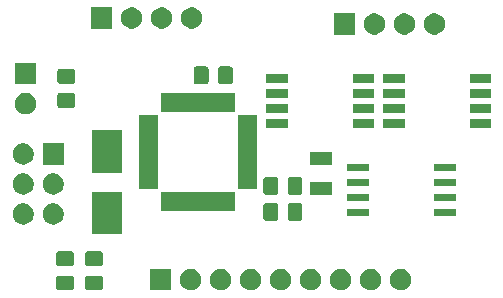
<source format=gbr>
G04 #@! TF.GenerationSoftware,KiCad,Pcbnew,(5.1.5)-3*
G04 #@! TF.CreationDate,2020-08-03T01:27:49-04:00*
G04 #@! TF.ProjectId,Arduino Clone,41726475-696e-46f2-9043-6c6f6e652e6b,rev?*
G04 #@! TF.SameCoordinates,Original*
G04 #@! TF.FileFunction,Soldermask,Top*
G04 #@! TF.FilePolarity,Negative*
%FSLAX46Y46*%
G04 Gerber Fmt 4.6, Leading zero omitted, Abs format (unit mm)*
G04 Created by KiCad (PCBNEW (5.1.5)-3) date 2020-08-03 01:27:49*
%MOMM*%
%LPD*%
G04 APERTURE LIST*
%ADD10C,0.100000*%
G04 APERTURE END LIST*
D10*
G36*
X171433512Y-125353927D02*
G01*
X171582812Y-125383624D01*
X171746784Y-125451544D01*
X171894354Y-125550147D01*
X172019853Y-125675646D01*
X172118456Y-125823216D01*
X172186376Y-125987188D01*
X172221000Y-126161259D01*
X172221000Y-126338741D01*
X172186376Y-126512812D01*
X172118456Y-126676784D01*
X172019853Y-126824354D01*
X171894354Y-126949853D01*
X171746784Y-127048456D01*
X171582812Y-127116376D01*
X171435035Y-127145770D01*
X171408742Y-127151000D01*
X171231258Y-127151000D01*
X171204965Y-127145770D01*
X171057188Y-127116376D01*
X170893216Y-127048456D01*
X170745646Y-126949853D01*
X170620147Y-126824354D01*
X170521544Y-126676784D01*
X170453624Y-126512812D01*
X170419000Y-126338741D01*
X170419000Y-126161259D01*
X170453624Y-125987188D01*
X170521544Y-125823216D01*
X170620147Y-125675646D01*
X170745646Y-125550147D01*
X170893216Y-125451544D01*
X171057188Y-125383624D01*
X171206488Y-125353927D01*
X171231258Y-125349000D01*
X171408742Y-125349000D01*
X171433512Y-125353927D01*
G37*
G36*
X168893512Y-125353927D02*
G01*
X169042812Y-125383624D01*
X169206784Y-125451544D01*
X169354354Y-125550147D01*
X169479853Y-125675646D01*
X169578456Y-125823216D01*
X169646376Y-125987188D01*
X169681000Y-126161259D01*
X169681000Y-126338741D01*
X169646376Y-126512812D01*
X169578456Y-126676784D01*
X169479853Y-126824354D01*
X169354354Y-126949853D01*
X169206784Y-127048456D01*
X169042812Y-127116376D01*
X168895035Y-127145770D01*
X168868742Y-127151000D01*
X168691258Y-127151000D01*
X168664965Y-127145770D01*
X168517188Y-127116376D01*
X168353216Y-127048456D01*
X168205646Y-126949853D01*
X168080147Y-126824354D01*
X167981544Y-126676784D01*
X167913624Y-126512812D01*
X167879000Y-126338741D01*
X167879000Y-126161259D01*
X167913624Y-125987188D01*
X167981544Y-125823216D01*
X168080147Y-125675646D01*
X168205646Y-125550147D01*
X168353216Y-125451544D01*
X168517188Y-125383624D01*
X168666488Y-125353927D01*
X168691258Y-125349000D01*
X168868742Y-125349000D01*
X168893512Y-125353927D01*
G37*
G36*
X143488674Y-125903465D02*
G01*
X143526367Y-125914899D01*
X143561103Y-125933466D01*
X143591548Y-125958452D01*
X143616534Y-125988897D01*
X143635101Y-126023633D01*
X143646535Y-126061326D01*
X143651000Y-126106661D01*
X143651000Y-126943339D01*
X143646535Y-126988674D01*
X143635101Y-127026367D01*
X143616534Y-127061103D01*
X143591548Y-127091548D01*
X143561103Y-127116534D01*
X143526367Y-127135101D01*
X143488674Y-127146535D01*
X143443339Y-127151000D01*
X142356661Y-127151000D01*
X142311326Y-127146535D01*
X142273633Y-127135101D01*
X142238897Y-127116534D01*
X142208452Y-127091548D01*
X142183466Y-127061103D01*
X142164899Y-127026367D01*
X142153465Y-126988674D01*
X142149000Y-126943339D01*
X142149000Y-126106661D01*
X142153465Y-126061326D01*
X142164899Y-126023633D01*
X142183466Y-125988897D01*
X142208452Y-125958452D01*
X142238897Y-125933466D01*
X142273633Y-125914899D01*
X142311326Y-125903465D01*
X142356661Y-125899000D01*
X143443339Y-125899000D01*
X143488674Y-125903465D01*
G37*
G36*
X145938674Y-125903465D02*
G01*
X145976367Y-125914899D01*
X146011103Y-125933466D01*
X146041548Y-125958452D01*
X146066534Y-125988897D01*
X146085101Y-126023633D01*
X146096535Y-126061326D01*
X146101000Y-126106661D01*
X146101000Y-126943339D01*
X146096535Y-126988674D01*
X146085101Y-127026367D01*
X146066534Y-127061103D01*
X146041548Y-127091548D01*
X146011103Y-127116534D01*
X145976367Y-127135101D01*
X145938674Y-127146535D01*
X145893339Y-127151000D01*
X144806661Y-127151000D01*
X144761326Y-127146535D01*
X144723633Y-127135101D01*
X144688897Y-127116534D01*
X144658452Y-127091548D01*
X144633466Y-127061103D01*
X144614899Y-127026367D01*
X144603465Y-126988674D01*
X144599000Y-126943339D01*
X144599000Y-126106661D01*
X144603465Y-126061326D01*
X144614899Y-126023633D01*
X144633466Y-125988897D01*
X144658452Y-125958452D01*
X144688897Y-125933466D01*
X144723633Y-125914899D01*
X144761326Y-125903465D01*
X144806661Y-125899000D01*
X145893339Y-125899000D01*
X145938674Y-125903465D01*
G37*
G36*
X151901000Y-127151000D02*
G01*
X150099000Y-127151000D01*
X150099000Y-125349000D01*
X151901000Y-125349000D01*
X151901000Y-127151000D01*
G37*
G36*
X153653512Y-125353927D02*
G01*
X153802812Y-125383624D01*
X153966784Y-125451544D01*
X154114354Y-125550147D01*
X154239853Y-125675646D01*
X154338456Y-125823216D01*
X154406376Y-125987188D01*
X154441000Y-126161259D01*
X154441000Y-126338741D01*
X154406376Y-126512812D01*
X154338456Y-126676784D01*
X154239853Y-126824354D01*
X154114354Y-126949853D01*
X153966784Y-127048456D01*
X153802812Y-127116376D01*
X153655035Y-127145770D01*
X153628742Y-127151000D01*
X153451258Y-127151000D01*
X153424965Y-127145770D01*
X153277188Y-127116376D01*
X153113216Y-127048456D01*
X152965646Y-126949853D01*
X152840147Y-126824354D01*
X152741544Y-126676784D01*
X152673624Y-126512812D01*
X152639000Y-126338741D01*
X152639000Y-126161259D01*
X152673624Y-125987188D01*
X152741544Y-125823216D01*
X152840147Y-125675646D01*
X152965646Y-125550147D01*
X153113216Y-125451544D01*
X153277188Y-125383624D01*
X153426488Y-125353927D01*
X153451258Y-125349000D01*
X153628742Y-125349000D01*
X153653512Y-125353927D01*
G37*
G36*
X158733512Y-125353927D02*
G01*
X158882812Y-125383624D01*
X159046784Y-125451544D01*
X159194354Y-125550147D01*
X159319853Y-125675646D01*
X159418456Y-125823216D01*
X159486376Y-125987188D01*
X159521000Y-126161259D01*
X159521000Y-126338741D01*
X159486376Y-126512812D01*
X159418456Y-126676784D01*
X159319853Y-126824354D01*
X159194354Y-126949853D01*
X159046784Y-127048456D01*
X158882812Y-127116376D01*
X158735035Y-127145770D01*
X158708742Y-127151000D01*
X158531258Y-127151000D01*
X158504965Y-127145770D01*
X158357188Y-127116376D01*
X158193216Y-127048456D01*
X158045646Y-126949853D01*
X157920147Y-126824354D01*
X157821544Y-126676784D01*
X157753624Y-126512812D01*
X157719000Y-126338741D01*
X157719000Y-126161259D01*
X157753624Y-125987188D01*
X157821544Y-125823216D01*
X157920147Y-125675646D01*
X158045646Y-125550147D01*
X158193216Y-125451544D01*
X158357188Y-125383624D01*
X158506488Y-125353927D01*
X158531258Y-125349000D01*
X158708742Y-125349000D01*
X158733512Y-125353927D01*
G37*
G36*
X161273512Y-125353927D02*
G01*
X161422812Y-125383624D01*
X161586784Y-125451544D01*
X161734354Y-125550147D01*
X161859853Y-125675646D01*
X161958456Y-125823216D01*
X162026376Y-125987188D01*
X162061000Y-126161259D01*
X162061000Y-126338741D01*
X162026376Y-126512812D01*
X161958456Y-126676784D01*
X161859853Y-126824354D01*
X161734354Y-126949853D01*
X161586784Y-127048456D01*
X161422812Y-127116376D01*
X161275035Y-127145770D01*
X161248742Y-127151000D01*
X161071258Y-127151000D01*
X161044965Y-127145770D01*
X160897188Y-127116376D01*
X160733216Y-127048456D01*
X160585646Y-126949853D01*
X160460147Y-126824354D01*
X160361544Y-126676784D01*
X160293624Y-126512812D01*
X160259000Y-126338741D01*
X160259000Y-126161259D01*
X160293624Y-125987188D01*
X160361544Y-125823216D01*
X160460147Y-125675646D01*
X160585646Y-125550147D01*
X160733216Y-125451544D01*
X160897188Y-125383624D01*
X161046488Y-125353927D01*
X161071258Y-125349000D01*
X161248742Y-125349000D01*
X161273512Y-125353927D01*
G37*
G36*
X163813512Y-125353927D02*
G01*
X163962812Y-125383624D01*
X164126784Y-125451544D01*
X164274354Y-125550147D01*
X164399853Y-125675646D01*
X164498456Y-125823216D01*
X164566376Y-125987188D01*
X164601000Y-126161259D01*
X164601000Y-126338741D01*
X164566376Y-126512812D01*
X164498456Y-126676784D01*
X164399853Y-126824354D01*
X164274354Y-126949853D01*
X164126784Y-127048456D01*
X163962812Y-127116376D01*
X163815035Y-127145770D01*
X163788742Y-127151000D01*
X163611258Y-127151000D01*
X163584965Y-127145770D01*
X163437188Y-127116376D01*
X163273216Y-127048456D01*
X163125646Y-126949853D01*
X163000147Y-126824354D01*
X162901544Y-126676784D01*
X162833624Y-126512812D01*
X162799000Y-126338741D01*
X162799000Y-126161259D01*
X162833624Y-125987188D01*
X162901544Y-125823216D01*
X163000147Y-125675646D01*
X163125646Y-125550147D01*
X163273216Y-125451544D01*
X163437188Y-125383624D01*
X163586488Y-125353927D01*
X163611258Y-125349000D01*
X163788742Y-125349000D01*
X163813512Y-125353927D01*
G37*
G36*
X166353512Y-125353927D02*
G01*
X166502812Y-125383624D01*
X166666784Y-125451544D01*
X166814354Y-125550147D01*
X166939853Y-125675646D01*
X167038456Y-125823216D01*
X167106376Y-125987188D01*
X167141000Y-126161259D01*
X167141000Y-126338741D01*
X167106376Y-126512812D01*
X167038456Y-126676784D01*
X166939853Y-126824354D01*
X166814354Y-126949853D01*
X166666784Y-127048456D01*
X166502812Y-127116376D01*
X166355035Y-127145770D01*
X166328742Y-127151000D01*
X166151258Y-127151000D01*
X166124965Y-127145770D01*
X165977188Y-127116376D01*
X165813216Y-127048456D01*
X165665646Y-126949853D01*
X165540147Y-126824354D01*
X165441544Y-126676784D01*
X165373624Y-126512812D01*
X165339000Y-126338741D01*
X165339000Y-126161259D01*
X165373624Y-125987188D01*
X165441544Y-125823216D01*
X165540147Y-125675646D01*
X165665646Y-125550147D01*
X165813216Y-125451544D01*
X165977188Y-125383624D01*
X166126488Y-125353927D01*
X166151258Y-125349000D01*
X166328742Y-125349000D01*
X166353512Y-125353927D01*
G37*
G36*
X156193512Y-125353927D02*
G01*
X156342812Y-125383624D01*
X156506784Y-125451544D01*
X156654354Y-125550147D01*
X156779853Y-125675646D01*
X156878456Y-125823216D01*
X156946376Y-125987188D01*
X156981000Y-126161259D01*
X156981000Y-126338741D01*
X156946376Y-126512812D01*
X156878456Y-126676784D01*
X156779853Y-126824354D01*
X156654354Y-126949853D01*
X156506784Y-127048456D01*
X156342812Y-127116376D01*
X156195035Y-127145770D01*
X156168742Y-127151000D01*
X155991258Y-127151000D01*
X155964965Y-127145770D01*
X155817188Y-127116376D01*
X155653216Y-127048456D01*
X155505646Y-126949853D01*
X155380147Y-126824354D01*
X155281544Y-126676784D01*
X155213624Y-126512812D01*
X155179000Y-126338741D01*
X155179000Y-126161259D01*
X155213624Y-125987188D01*
X155281544Y-125823216D01*
X155380147Y-125675646D01*
X155505646Y-125550147D01*
X155653216Y-125451544D01*
X155817188Y-125383624D01*
X155966488Y-125353927D01*
X155991258Y-125349000D01*
X156168742Y-125349000D01*
X156193512Y-125353927D01*
G37*
G36*
X143488674Y-123853465D02*
G01*
X143526367Y-123864899D01*
X143561103Y-123883466D01*
X143591548Y-123908452D01*
X143616534Y-123938897D01*
X143635101Y-123973633D01*
X143646535Y-124011326D01*
X143651000Y-124056661D01*
X143651000Y-124893339D01*
X143646535Y-124938674D01*
X143635101Y-124976367D01*
X143616534Y-125011103D01*
X143591548Y-125041548D01*
X143561103Y-125066534D01*
X143526367Y-125085101D01*
X143488674Y-125096535D01*
X143443339Y-125101000D01*
X142356661Y-125101000D01*
X142311326Y-125096535D01*
X142273633Y-125085101D01*
X142238897Y-125066534D01*
X142208452Y-125041548D01*
X142183466Y-125011103D01*
X142164899Y-124976367D01*
X142153465Y-124938674D01*
X142149000Y-124893339D01*
X142149000Y-124056661D01*
X142153465Y-124011326D01*
X142164899Y-123973633D01*
X142183466Y-123938897D01*
X142208452Y-123908452D01*
X142238897Y-123883466D01*
X142273633Y-123864899D01*
X142311326Y-123853465D01*
X142356661Y-123849000D01*
X143443339Y-123849000D01*
X143488674Y-123853465D01*
G37*
G36*
X145938674Y-123853465D02*
G01*
X145976367Y-123864899D01*
X146011103Y-123883466D01*
X146041548Y-123908452D01*
X146066534Y-123938897D01*
X146085101Y-123973633D01*
X146096535Y-124011326D01*
X146101000Y-124056661D01*
X146101000Y-124893339D01*
X146096535Y-124938674D01*
X146085101Y-124976367D01*
X146066534Y-125011103D01*
X146041548Y-125041548D01*
X146011103Y-125066534D01*
X145976367Y-125085101D01*
X145938674Y-125096535D01*
X145893339Y-125101000D01*
X144806661Y-125101000D01*
X144761326Y-125096535D01*
X144723633Y-125085101D01*
X144688897Y-125066534D01*
X144658452Y-125041548D01*
X144633466Y-125011103D01*
X144614899Y-124976367D01*
X144603465Y-124938674D01*
X144599000Y-124893339D01*
X144599000Y-124056661D01*
X144603465Y-124011326D01*
X144614899Y-123973633D01*
X144633466Y-123938897D01*
X144658452Y-123908452D01*
X144688897Y-123883466D01*
X144723633Y-123864899D01*
X144761326Y-123853465D01*
X144806661Y-123849000D01*
X145893339Y-123849000D01*
X145938674Y-123853465D01*
G37*
G36*
X147701000Y-122401000D02*
G01*
X145199000Y-122401000D01*
X145199000Y-118799000D01*
X147701000Y-118799000D01*
X147701000Y-122401000D01*
G37*
G36*
X142011194Y-119783466D02*
G01*
X142162812Y-119813624D01*
X142326784Y-119881544D01*
X142474354Y-119980147D01*
X142599853Y-120105646D01*
X142698456Y-120253216D01*
X142766376Y-120417188D01*
X142801000Y-120591259D01*
X142801000Y-120768741D01*
X142766376Y-120942812D01*
X142698456Y-121106784D01*
X142599853Y-121254354D01*
X142474354Y-121379853D01*
X142326784Y-121478456D01*
X142162812Y-121546376D01*
X142013512Y-121576073D01*
X141988742Y-121581000D01*
X141811258Y-121581000D01*
X141786488Y-121576073D01*
X141637188Y-121546376D01*
X141473216Y-121478456D01*
X141325646Y-121379853D01*
X141200147Y-121254354D01*
X141101544Y-121106784D01*
X141033624Y-120942812D01*
X140999000Y-120768741D01*
X140999000Y-120591259D01*
X141033624Y-120417188D01*
X141101544Y-120253216D01*
X141200147Y-120105646D01*
X141325646Y-119980147D01*
X141473216Y-119881544D01*
X141637188Y-119813624D01*
X141788806Y-119783466D01*
X141811258Y-119779000D01*
X141988742Y-119779000D01*
X142011194Y-119783466D01*
G37*
G36*
X139471194Y-119783466D02*
G01*
X139622812Y-119813624D01*
X139786784Y-119881544D01*
X139934354Y-119980147D01*
X140059853Y-120105646D01*
X140158456Y-120253216D01*
X140226376Y-120417188D01*
X140261000Y-120591259D01*
X140261000Y-120768741D01*
X140226376Y-120942812D01*
X140158456Y-121106784D01*
X140059853Y-121254354D01*
X139934354Y-121379853D01*
X139786784Y-121478456D01*
X139622812Y-121546376D01*
X139473512Y-121576073D01*
X139448742Y-121581000D01*
X139271258Y-121581000D01*
X139246488Y-121576073D01*
X139097188Y-121546376D01*
X138933216Y-121478456D01*
X138785646Y-121379853D01*
X138660147Y-121254354D01*
X138561544Y-121106784D01*
X138493624Y-120942812D01*
X138459000Y-120768741D01*
X138459000Y-120591259D01*
X138493624Y-120417188D01*
X138561544Y-120253216D01*
X138660147Y-120105646D01*
X138785646Y-119980147D01*
X138933216Y-119881544D01*
X139097188Y-119813624D01*
X139248806Y-119783466D01*
X139271258Y-119779000D01*
X139448742Y-119779000D01*
X139471194Y-119783466D01*
G37*
G36*
X162838674Y-119753465D02*
G01*
X162876367Y-119764899D01*
X162911103Y-119783466D01*
X162941548Y-119808452D01*
X162966534Y-119838897D01*
X162985101Y-119873633D01*
X162996535Y-119911326D01*
X163001000Y-119956661D01*
X163001000Y-121043339D01*
X162996535Y-121088674D01*
X162985101Y-121126367D01*
X162966534Y-121161103D01*
X162941548Y-121191548D01*
X162911103Y-121216534D01*
X162876367Y-121235101D01*
X162838674Y-121246535D01*
X162793339Y-121251000D01*
X161956661Y-121251000D01*
X161911326Y-121246535D01*
X161873633Y-121235101D01*
X161838897Y-121216534D01*
X161808452Y-121191548D01*
X161783466Y-121161103D01*
X161764899Y-121126367D01*
X161753465Y-121088674D01*
X161749000Y-121043339D01*
X161749000Y-119956661D01*
X161753465Y-119911326D01*
X161764899Y-119873633D01*
X161783466Y-119838897D01*
X161808452Y-119808452D01*
X161838897Y-119783466D01*
X161873633Y-119764899D01*
X161911326Y-119753465D01*
X161956661Y-119749000D01*
X162793339Y-119749000D01*
X162838674Y-119753465D01*
G37*
G36*
X160788674Y-119753465D02*
G01*
X160826367Y-119764899D01*
X160861103Y-119783466D01*
X160891548Y-119808452D01*
X160916534Y-119838897D01*
X160935101Y-119873633D01*
X160946535Y-119911326D01*
X160951000Y-119956661D01*
X160951000Y-121043339D01*
X160946535Y-121088674D01*
X160935101Y-121126367D01*
X160916534Y-121161103D01*
X160891548Y-121191548D01*
X160861103Y-121216534D01*
X160826367Y-121235101D01*
X160788674Y-121246535D01*
X160743339Y-121251000D01*
X159906661Y-121251000D01*
X159861326Y-121246535D01*
X159823633Y-121235101D01*
X159788897Y-121216534D01*
X159758452Y-121191548D01*
X159733466Y-121161103D01*
X159714899Y-121126367D01*
X159703465Y-121088674D01*
X159699000Y-121043339D01*
X159699000Y-119956661D01*
X159703465Y-119911326D01*
X159714899Y-119873633D01*
X159733466Y-119838897D01*
X159758452Y-119808452D01*
X159788897Y-119783466D01*
X159823633Y-119764899D01*
X159861326Y-119753465D01*
X159906661Y-119749000D01*
X160743339Y-119749000D01*
X160788674Y-119753465D01*
G37*
G36*
X176026000Y-120881000D02*
G01*
X174174000Y-120881000D01*
X174174000Y-120229000D01*
X176026000Y-120229000D01*
X176026000Y-120881000D01*
G37*
G36*
X168626000Y-120881000D02*
G01*
X166774000Y-120881000D01*
X166774000Y-120229000D01*
X168626000Y-120229000D01*
X168626000Y-120881000D01*
G37*
G36*
X157276000Y-120451000D02*
G01*
X151024000Y-120451000D01*
X151024000Y-118849000D01*
X157276000Y-118849000D01*
X157276000Y-120451000D01*
G37*
G36*
X176026000Y-119611000D02*
G01*
X174174000Y-119611000D01*
X174174000Y-118959000D01*
X176026000Y-118959000D01*
X176026000Y-119611000D01*
G37*
G36*
X168626000Y-119611000D02*
G01*
X166774000Y-119611000D01*
X166774000Y-118959000D01*
X168626000Y-118959000D01*
X168626000Y-119611000D01*
G37*
G36*
X160788674Y-117553465D02*
G01*
X160826367Y-117564899D01*
X160861103Y-117583466D01*
X160891548Y-117608452D01*
X160916534Y-117638897D01*
X160935101Y-117673633D01*
X160946535Y-117711326D01*
X160951000Y-117756661D01*
X160951000Y-118843339D01*
X160946535Y-118888674D01*
X160935101Y-118926367D01*
X160916534Y-118961103D01*
X160891548Y-118991548D01*
X160861103Y-119016534D01*
X160826367Y-119035101D01*
X160788674Y-119046535D01*
X160743339Y-119051000D01*
X159906661Y-119051000D01*
X159861326Y-119046535D01*
X159823633Y-119035101D01*
X159788897Y-119016534D01*
X159758452Y-118991548D01*
X159733466Y-118961103D01*
X159714899Y-118926367D01*
X159703465Y-118888674D01*
X159699000Y-118843339D01*
X159699000Y-117756661D01*
X159703465Y-117711326D01*
X159714899Y-117673633D01*
X159733466Y-117638897D01*
X159758452Y-117608452D01*
X159788897Y-117583466D01*
X159823633Y-117564899D01*
X159861326Y-117553465D01*
X159906661Y-117549000D01*
X160743339Y-117549000D01*
X160788674Y-117553465D01*
G37*
G36*
X165501000Y-119051000D02*
G01*
X163599000Y-119051000D01*
X163599000Y-117949000D01*
X165501000Y-117949000D01*
X165501000Y-119051000D01*
G37*
G36*
X162838674Y-117553465D02*
G01*
X162876367Y-117564899D01*
X162911103Y-117583466D01*
X162941548Y-117608452D01*
X162966534Y-117638897D01*
X162985101Y-117673633D01*
X162996535Y-117711326D01*
X163001000Y-117756661D01*
X163001000Y-118843339D01*
X162996535Y-118888674D01*
X162985101Y-118926367D01*
X162966534Y-118961103D01*
X162941548Y-118991548D01*
X162911103Y-119016534D01*
X162876367Y-119035101D01*
X162838674Y-119046535D01*
X162793339Y-119051000D01*
X161956661Y-119051000D01*
X161911326Y-119046535D01*
X161873633Y-119035101D01*
X161838897Y-119016534D01*
X161808452Y-118991548D01*
X161783466Y-118961103D01*
X161764899Y-118926367D01*
X161753465Y-118888674D01*
X161749000Y-118843339D01*
X161749000Y-117756661D01*
X161753465Y-117711326D01*
X161764899Y-117673633D01*
X161783466Y-117638897D01*
X161808452Y-117608452D01*
X161838897Y-117583466D01*
X161873633Y-117564899D01*
X161911326Y-117553465D01*
X161956661Y-117549000D01*
X162793339Y-117549000D01*
X162838674Y-117553465D01*
G37*
G36*
X142013512Y-117243927D02*
G01*
X142162812Y-117273624D01*
X142326784Y-117341544D01*
X142474354Y-117440147D01*
X142599853Y-117565646D01*
X142698456Y-117713216D01*
X142766376Y-117877188D01*
X142801000Y-118051259D01*
X142801000Y-118228741D01*
X142766376Y-118402812D01*
X142698456Y-118566784D01*
X142599853Y-118714354D01*
X142474354Y-118839853D01*
X142326784Y-118938456D01*
X142162812Y-119006376D01*
X142018398Y-119035101D01*
X141988742Y-119041000D01*
X141811258Y-119041000D01*
X141781602Y-119035101D01*
X141637188Y-119006376D01*
X141473216Y-118938456D01*
X141325646Y-118839853D01*
X141200147Y-118714354D01*
X141101544Y-118566784D01*
X141033624Y-118402812D01*
X140999000Y-118228741D01*
X140999000Y-118051259D01*
X141033624Y-117877188D01*
X141101544Y-117713216D01*
X141200147Y-117565646D01*
X141325646Y-117440147D01*
X141473216Y-117341544D01*
X141637188Y-117273624D01*
X141786488Y-117243927D01*
X141811258Y-117239000D01*
X141988742Y-117239000D01*
X142013512Y-117243927D01*
G37*
G36*
X139473512Y-117243927D02*
G01*
X139622812Y-117273624D01*
X139786784Y-117341544D01*
X139934354Y-117440147D01*
X140059853Y-117565646D01*
X140158456Y-117713216D01*
X140226376Y-117877188D01*
X140261000Y-118051259D01*
X140261000Y-118228741D01*
X140226376Y-118402812D01*
X140158456Y-118566784D01*
X140059853Y-118714354D01*
X139934354Y-118839853D01*
X139786784Y-118938456D01*
X139622812Y-119006376D01*
X139478398Y-119035101D01*
X139448742Y-119041000D01*
X139271258Y-119041000D01*
X139241602Y-119035101D01*
X139097188Y-119006376D01*
X138933216Y-118938456D01*
X138785646Y-118839853D01*
X138660147Y-118714354D01*
X138561544Y-118566784D01*
X138493624Y-118402812D01*
X138459000Y-118228741D01*
X138459000Y-118051259D01*
X138493624Y-117877188D01*
X138561544Y-117713216D01*
X138660147Y-117565646D01*
X138785646Y-117440147D01*
X138933216Y-117341544D01*
X139097188Y-117273624D01*
X139246488Y-117243927D01*
X139271258Y-117239000D01*
X139448742Y-117239000D01*
X139473512Y-117243927D01*
G37*
G36*
X150751000Y-118576000D02*
G01*
X149149000Y-118576000D01*
X149149000Y-112324000D01*
X150751000Y-112324000D01*
X150751000Y-118576000D01*
G37*
G36*
X159151000Y-118576000D02*
G01*
X157549000Y-118576000D01*
X157549000Y-112324000D01*
X159151000Y-112324000D01*
X159151000Y-118576000D01*
G37*
G36*
X168626000Y-118341000D02*
G01*
X166774000Y-118341000D01*
X166774000Y-117689000D01*
X168626000Y-117689000D01*
X168626000Y-118341000D01*
G37*
G36*
X176026000Y-118341000D02*
G01*
X174174000Y-118341000D01*
X174174000Y-117689000D01*
X176026000Y-117689000D01*
X176026000Y-118341000D01*
G37*
G36*
X147701000Y-117201000D02*
G01*
X145199000Y-117201000D01*
X145199000Y-113599000D01*
X147701000Y-113599000D01*
X147701000Y-117201000D01*
G37*
G36*
X168626000Y-117071000D02*
G01*
X166774000Y-117071000D01*
X166774000Y-116419000D01*
X168626000Y-116419000D01*
X168626000Y-117071000D01*
G37*
G36*
X176026000Y-117071000D02*
G01*
X174174000Y-117071000D01*
X174174000Y-116419000D01*
X176026000Y-116419000D01*
X176026000Y-117071000D01*
G37*
G36*
X165501000Y-116551000D02*
G01*
X163599000Y-116551000D01*
X163599000Y-115449000D01*
X165501000Y-115449000D01*
X165501000Y-116551000D01*
G37*
G36*
X139473512Y-114703927D02*
G01*
X139622812Y-114733624D01*
X139786784Y-114801544D01*
X139934354Y-114900147D01*
X140059853Y-115025646D01*
X140158456Y-115173216D01*
X140226376Y-115337188D01*
X140261000Y-115511259D01*
X140261000Y-115688741D01*
X140226376Y-115862812D01*
X140158456Y-116026784D01*
X140059853Y-116174354D01*
X139934354Y-116299853D01*
X139786784Y-116398456D01*
X139622812Y-116466376D01*
X139473512Y-116496073D01*
X139448742Y-116501000D01*
X139271258Y-116501000D01*
X139246488Y-116496073D01*
X139097188Y-116466376D01*
X138933216Y-116398456D01*
X138785646Y-116299853D01*
X138660147Y-116174354D01*
X138561544Y-116026784D01*
X138493624Y-115862812D01*
X138459000Y-115688741D01*
X138459000Y-115511259D01*
X138493624Y-115337188D01*
X138561544Y-115173216D01*
X138660147Y-115025646D01*
X138785646Y-114900147D01*
X138933216Y-114801544D01*
X139097188Y-114733624D01*
X139246488Y-114703927D01*
X139271258Y-114699000D01*
X139448742Y-114699000D01*
X139473512Y-114703927D01*
G37*
G36*
X142801000Y-116501000D02*
G01*
X140999000Y-116501000D01*
X140999000Y-114699000D01*
X142801000Y-114699000D01*
X142801000Y-116501000D01*
G37*
G36*
X178951000Y-113381000D02*
G01*
X177149000Y-113381000D01*
X177149000Y-112629000D01*
X178951000Y-112629000D01*
X178951000Y-113381000D01*
G37*
G36*
X169051000Y-113381000D02*
G01*
X167249000Y-113381000D01*
X167249000Y-112629000D01*
X169051000Y-112629000D01*
X169051000Y-113381000D01*
G37*
G36*
X171651000Y-113381000D02*
G01*
X169849000Y-113381000D01*
X169849000Y-112629000D01*
X171651000Y-112629000D01*
X171651000Y-113381000D01*
G37*
G36*
X161751000Y-113381000D02*
G01*
X159949000Y-113381000D01*
X159949000Y-112629000D01*
X161751000Y-112629000D01*
X161751000Y-113381000D01*
G37*
G36*
X139663512Y-110443927D02*
G01*
X139812812Y-110473624D01*
X139976784Y-110541544D01*
X140124354Y-110640147D01*
X140249853Y-110765646D01*
X140348456Y-110913216D01*
X140416376Y-111077188D01*
X140451000Y-111251259D01*
X140451000Y-111428741D01*
X140416376Y-111602812D01*
X140348456Y-111766784D01*
X140249853Y-111914354D01*
X140124354Y-112039853D01*
X139976784Y-112138456D01*
X139812812Y-112206376D01*
X139663512Y-112236073D01*
X139638742Y-112241000D01*
X139461258Y-112241000D01*
X139436488Y-112236073D01*
X139287188Y-112206376D01*
X139123216Y-112138456D01*
X138975646Y-112039853D01*
X138850147Y-111914354D01*
X138751544Y-111766784D01*
X138683624Y-111602812D01*
X138649000Y-111428741D01*
X138649000Y-111251259D01*
X138683624Y-111077188D01*
X138751544Y-110913216D01*
X138850147Y-110765646D01*
X138975646Y-110640147D01*
X139123216Y-110541544D01*
X139287188Y-110473624D01*
X139436488Y-110443927D01*
X139461258Y-110439000D01*
X139638742Y-110439000D01*
X139663512Y-110443927D01*
G37*
G36*
X169051000Y-112111000D02*
G01*
X167249000Y-112111000D01*
X167249000Y-111359000D01*
X169051000Y-111359000D01*
X169051000Y-112111000D01*
G37*
G36*
X161751000Y-112111000D02*
G01*
X159949000Y-112111000D01*
X159949000Y-111359000D01*
X161751000Y-111359000D01*
X161751000Y-112111000D01*
G37*
G36*
X171651000Y-112111000D02*
G01*
X169849000Y-112111000D01*
X169849000Y-111359000D01*
X171651000Y-111359000D01*
X171651000Y-112111000D01*
G37*
G36*
X178951000Y-112111000D02*
G01*
X177149000Y-112111000D01*
X177149000Y-111359000D01*
X178951000Y-111359000D01*
X178951000Y-112111000D01*
G37*
G36*
X157276000Y-112051000D02*
G01*
X151024000Y-112051000D01*
X151024000Y-110449000D01*
X157276000Y-110449000D01*
X157276000Y-112051000D01*
G37*
G36*
X143588674Y-110453465D02*
G01*
X143626367Y-110464899D01*
X143661103Y-110483466D01*
X143691548Y-110508452D01*
X143716534Y-110538897D01*
X143735101Y-110573633D01*
X143746535Y-110611326D01*
X143751000Y-110656661D01*
X143751000Y-111493339D01*
X143746535Y-111538674D01*
X143735101Y-111576367D01*
X143716534Y-111611103D01*
X143691548Y-111641548D01*
X143661103Y-111666534D01*
X143626367Y-111685101D01*
X143588674Y-111696535D01*
X143543339Y-111701000D01*
X142456661Y-111701000D01*
X142411326Y-111696535D01*
X142373633Y-111685101D01*
X142338897Y-111666534D01*
X142308452Y-111641548D01*
X142283466Y-111611103D01*
X142264899Y-111576367D01*
X142253465Y-111538674D01*
X142249000Y-111493339D01*
X142249000Y-110656661D01*
X142253465Y-110611326D01*
X142264899Y-110573633D01*
X142283466Y-110538897D01*
X142308452Y-110508452D01*
X142338897Y-110483466D01*
X142373633Y-110464899D01*
X142411326Y-110453465D01*
X142456661Y-110449000D01*
X143543339Y-110449000D01*
X143588674Y-110453465D01*
G37*
G36*
X178951000Y-110841000D02*
G01*
X177149000Y-110841000D01*
X177149000Y-110089000D01*
X178951000Y-110089000D01*
X178951000Y-110841000D01*
G37*
G36*
X171651000Y-110841000D02*
G01*
X169849000Y-110841000D01*
X169849000Y-110089000D01*
X171651000Y-110089000D01*
X171651000Y-110841000D01*
G37*
G36*
X169051000Y-110841000D02*
G01*
X167249000Y-110841000D01*
X167249000Y-110089000D01*
X169051000Y-110089000D01*
X169051000Y-110841000D01*
G37*
G36*
X161751000Y-110841000D02*
G01*
X159949000Y-110841000D01*
X159949000Y-110089000D01*
X161751000Y-110089000D01*
X161751000Y-110841000D01*
G37*
G36*
X156938674Y-108203465D02*
G01*
X156976367Y-108214899D01*
X157011103Y-108233466D01*
X157041548Y-108258452D01*
X157066534Y-108288897D01*
X157085101Y-108323633D01*
X157096535Y-108361326D01*
X157101000Y-108406661D01*
X157101000Y-109493339D01*
X157096535Y-109538674D01*
X157085101Y-109576367D01*
X157066534Y-109611103D01*
X157041548Y-109641548D01*
X157011103Y-109666534D01*
X156976367Y-109685101D01*
X156938674Y-109696535D01*
X156893339Y-109701000D01*
X156056661Y-109701000D01*
X156011326Y-109696535D01*
X155973633Y-109685101D01*
X155938897Y-109666534D01*
X155908452Y-109641548D01*
X155883466Y-109611103D01*
X155864899Y-109576367D01*
X155853465Y-109538674D01*
X155849000Y-109493339D01*
X155849000Y-108406661D01*
X155853465Y-108361326D01*
X155864899Y-108323633D01*
X155883466Y-108288897D01*
X155908452Y-108258452D01*
X155938897Y-108233466D01*
X155973633Y-108214899D01*
X156011326Y-108203465D01*
X156056661Y-108199000D01*
X156893339Y-108199000D01*
X156938674Y-108203465D01*
G37*
G36*
X140451000Y-109701000D02*
G01*
X138649000Y-109701000D01*
X138649000Y-107899000D01*
X140451000Y-107899000D01*
X140451000Y-109701000D01*
G37*
G36*
X154888674Y-108203465D02*
G01*
X154926367Y-108214899D01*
X154961103Y-108233466D01*
X154991548Y-108258452D01*
X155016534Y-108288897D01*
X155035101Y-108323633D01*
X155046535Y-108361326D01*
X155051000Y-108406661D01*
X155051000Y-109493339D01*
X155046535Y-109538674D01*
X155035101Y-109576367D01*
X155016534Y-109611103D01*
X154991548Y-109641548D01*
X154961103Y-109666534D01*
X154926367Y-109685101D01*
X154888674Y-109696535D01*
X154843339Y-109701000D01*
X154006661Y-109701000D01*
X153961326Y-109696535D01*
X153923633Y-109685101D01*
X153888897Y-109666534D01*
X153858452Y-109641548D01*
X153833466Y-109611103D01*
X153814899Y-109576367D01*
X153803465Y-109538674D01*
X153799000Y-109493339D01*
X153799000Y-108406661D01*
X153803465Y-108361326D01*
X153814899Y-108323633D01*
X153833466Y-108288897D01*
X153858452Y-108258452D01*
X153888897Y-108233466D01*
X153923633Y-108214899D01*
X153961326Y-108203465D01*
X154006661Y-108199000D01*
X154843339Y-108199000D01*
X154888674Y-108203465D01*
G37*
G36*
X143588674Y-108403465D02*
G01*
X143626367Y-108414899D01*
X143661103Y-108433466D01*
X143691548Y-108458452D01*
X143716534Y-108488897D01*
X143735101Y-108523633D01*
X143746535Y-108561326D01*
X143751000Y-108606661D01*
X143751000Y-109443339D01*
X143746535Y-109488674D01*
X143735101Y-109526367D01*
X143716534Y-109561103D01*
X143691548Y-109591548D01*
X143661103Y-109616534D01*
X143626367Y-109635101D01*
X143588674Y-109646535D01*
X143543339Y-109651000D01*
X142456661Y-109651000D01*
X142411326Y-109646535D01*
X142373633Y-109635101D01*
X142338897Y-109616534D01*
X142308452Y-109591548D01*
X142283466Y-109561103D01*
X142264899Y-109526367D01*
X142253465Y-109488674D01*
X142249000Y-109443339D01*
X142249000Y-108606661D01*
X142253465Y-108561326D01*
X142264899Y-108523633D01*
X142283466Y-108488897D01*
X142308452Y-108458452D01*
X142338897Y-108433466D01*
X142373633Y-108414899D01*
X142411326Y-108403465D01*
X142456661Y-108399000D01*
X143543339Y-108399000D01*
X143588674Y-108403465D01*
G37*
G36*
X178951000Y-109571000D02*
G01*
X177149000Y-109571000D01*
X177149000Y-108819000D01*
X178951000Y-108819000D01*
X178951000Y-109571000D01*
G37*
G36*
X169051000Y-109571000D02*
G01*
X167249000Y-109571000D01*
X167249000Y-108819000D01*
X169051000Y-108819000D01*
X169051000Y-109571000D01*
G37*
G36*
X171651000Y-109571000D02*
G01*
X169849000Y-109571000D01*
X169849000Y-108819000D01*
X171651000Y-108819000D01*
X171651000Y-109571000D01*
G37*
G36*
X161751000Y-109571000D02*
G01*
X159949000Y-109571000D01*
X159949000Y-108819000D01*
X161751000Y-108819000D01*
X161751000Y-109571000D01*
G37*
G36*
X167451000Y-105501000D02*
G01*
X165649000Y-105501000D01*
X165649000Y-103699000D01*
X167451000Y-103699000D01*
X167451000Y-105501000D01*
G37*
G36*
X174283512Y-103703927D02*
G01*
X174432812Y-103733624D01*
X174596784Y-103801544D01*
X174744354Y-103900147D01*
X174869853Y-104025646D01*
X174968456Y-104173216D01*
X175036376Y-104337188D01*
X175071000Y-104511259D01*
X175071000Y-104688741D01*
X175036376Y-104862812D01*
X174968456Y-105026784D01*
X174869853Y-105174354D01*
X174744354Y-105299853D01*
X174596784Y-105398456D01*
X174432812Y-105466376D01*
X174283512Y-105496073D01*
X174258742Y-105501000D01*
X174081258Y-105501000D01*
X174056488Y-105496073D01*
X173907188Y-105466376D01*
X173743216Y-105398456D01*
X173595646Y-105299853D01*
X173470147Y-105174354D01*
X173371544Y-105026784D01*
X173303624Y-104862812D01*
X173269000Y-104688741D01*
X173269000Y-104511259D01*
X173303624Y-104337188D01*
X173371544Y-104173216D01*
X173470147Y-104025646D01*
X173595646Y-103900147D01*
X173743216Y-103801544D01*
X173907188Y-103733624D01*
X174056488Y-103703927D01*
X174081258Y-103699000D01*
X174258742Y-103699000D01*
X174283512Y-103703927D01*
G37*
G36*
X171743512Y-103703927D02*
G01*
X171892812Y-103733624D01*
X172056784Y-103801544D01*
X172204354Y-103900147D01*
X172329853Y-104025646D01*
X172428456Y-104173216D01*
X172496376Y-104337188D01*
X172531000Y-104511259D01*
X172531000Y-104688741D01*
X172496376Y-104862812D01*
X172428456Y-105026784D01*
X172329853Y-105174354D01*
X172204354Y-105299853D01*
X172056784Y-105398456D01*
X171892812Y-105466376D01*
X171743512Y-105496073D01*
X171718742Y-105501000D01*
X171541258Y-105501000D01*
X171516488Y-105496073D01*
X171367188Y-105466376D01*
X171203216Y-105398456D01*
X171055646Y-105299853D01*
X170930147Y-105174354D01*
X170831544Y-105026784D01*
X170763624Y-104862812D01*
X170729000Y-104688741D01*
X170729000Y-104511259D01*
X170763624Y-104337188D01*
X170831544Y-104173216D01*
X170930147Y-104025646D01*
X171055646Y-103900147D01*
X171203216Y-103801544D01*
X171367188Y-103733624D01*
X171516488Y-103703927D01*
X171541258Y-103699000D01*
X171718742Y-103699000D01*
X171743512Y-103703927D01*
G37*
G36*
X169203512Y-103703927D02*
G01*
X169352812Y-103733624D01*
X169516784Y-103801544D01*
X169664354Y-103900147D01*
X169789853Y-104025646D01*
X169888456Y-104173216D01*
X169956376Y-104337188D01*
X169991000Y-104511259D01*
X169991000Y-104688741D01*
X169956376Y-104862812D01*
X169888456Y-105026784D01*
X169789853Y-105174354D01*
X169664354Y-105299853D01*
X169516784Y-105398456D01*
X169352812Y-105466376D01*
X169203512Y-105496073D01*
X169178742Y-105501000D01*
X169001258Y-105501000D01*
X168976488Y-105496073D01*
X168827188Y-105466376D01*
X168663216Y-105398456D01*
X168515646Y-105299853D01*
X168390147Y-105174354D01*
X168291544Y-105026784D01*
X168223624Y-104862812D01*
X168189000Y-104688741D01*
X168189000Y-104511259D01*
X168223624Y-104337188D01*
X168291544Y-104173216D01*
X168390147Y-104025646D01*
X168515646Y-103900147D01*
X168663216Y-103801544D01*
X168827188Y-103733624D01*
X168976488Y-103703927D01*
X169001258Y-103699000D01*
X169178742Y-103699000D01*
X169203512Y-103703927D01*
G37*
G36*
X146901000Y-105001000D02*
G01*
X145099000Y-105001000D01*
X145099000Y-103199000D01*
X146901000Y-103199000D01*
X146901000Y-105001000D01*
G37*
G36*
X153733512Y-103203927D02*
G01*
X153882812Y-103233624D01*
X154046784Y-103301544D01*
X154194354Y-103400147D01*
X154319853Y-103525646D01*
X154418456Y-103673216D01*
X154486376Y-103837188D01*
X154521000Y-104011259D01*
X154521000Y-104188741D01*
X154486376Y-104362812D01*
X154418456Y-104526784D01*
X154319853Y-104674354D01*
X154194354Y-104799853D01*
X154046784Y-104898456D01*
X153882812Y-104966376D01*
X153733512Y-104996073D01*
X153708742Y-105001000D01*
X153531258Y-105001000D01*
X153506488Y-104996073D01*
X153357188Y-104966376D01*
X153193216Y-104898456D01*
X153045646Y-104799853D01*
X152920147Y-104674354D01*
X152821544Y-104526784D01*
X152753624Y-104362812D01*
X152719000Y-104188741D01*
X152719000Y-104011259D01*
X152753624Y-103837188D01*
X152821544Y-103673216D01*
X152920147Y-103525646D01*
X153045646Y-103400147D01*
X153193216Y-103301544D01*
X153357188Y-103233624D01*
X153506488Y-103203927D01*
X153531258Y-103199000D01*
X153708742Y-103199000D01*
X153733512Y-103203927D01*
G37*
G36*
X151193512Y-103203927D02*
G01*
X151342812Y-103233624D01*
X151506784Y-103301544D01*
X151654354Y-103400147D01*
X151779853Y-103525646D01*
X151878456Y-103673216D01*
X151946376Y-103837188D01*
X151981000Y-104011259D01*
X151981000Y-104188741D01*
X151946376Y-104362812D01*
X151878456Y-104526784D01*
X151779853Y-104674354D01*
X151654354Y-104799853D01*
X151506784Y-104898456D01*
X151342812Y-104966376D01*
X151193512Y-104996073D01*
X151168742Y-105001000D01*
X150991258Y-105001000D01*
X150966488Y-104996073D01*
X150817188Y-104966376D01*
X150653216Y-104898456D01*
X150505646Y-104799853D01*
X150380147Y-104674354D01*
X150281544Y-104526784D01*
X150213624Y-104362812D01*
X150179000Y-104188741D01*
X150179000Y-104011259D01*
X150213624Y-103837188D01*
X150281544Y-103673216D01*
X150380147Y-103525646D01*
X150505646Y-103400147D01*
X150653216Y-103301544D01*
X150817188Y-103233624D01*
X150966488Y-103203927D01*
X150991258Y-103199000D01*
X151168742Y-103199000D01*
X151193512Y-103203927D01*
G37*
G36*
X148653512Y-103203927D02*
G01*
X148802812Y-103233624D01*
X148966784Y-103301544D01*
X149114354Y-103400147D01*
X149239853Y-103525646D01*
X149338456Y-103673216D01*
X149406376Y-103837188D01*
X149441000Y-104011259D01*
X149441000Y-104188741D01*
X149406376Y-104362812D01*
X149338456Y-104526784D01*
X149239853Y-104674354D01*
X149114354Y-104799853D01*
X148966784Y-104898456D01*
X148802812Y-104966376D01*
X148653512Y-104996073D01*
X148628742Y-105001000D01*
X148451258Y-105001000D01*
X148426488Y-104996073D01*
X148277188Y-104966376D01*
X148113216Y-104898456D01*
X147965646Y-104799853D01*
X147840147Y-104674354D01*
X147741544Y-104526784D01*
X147673624Y-104362812D01*
X147639000Y-104188741D01*
X147639000Y-104011259D01*
X147673624Y-103837188D01*
X147741544Y-103673216D01*
X147840147Y-103525646D01*
X147965646Y-103400147D01*
X148113216Y-103301544D01*
X148277188Y-103233624D01*
X148426488Y-103203927D01*
X148451258Y-103199000D01*
X148628742Y-103199000D01*
X148653512Y-103203927D01*
G37*
M02*

</source>
